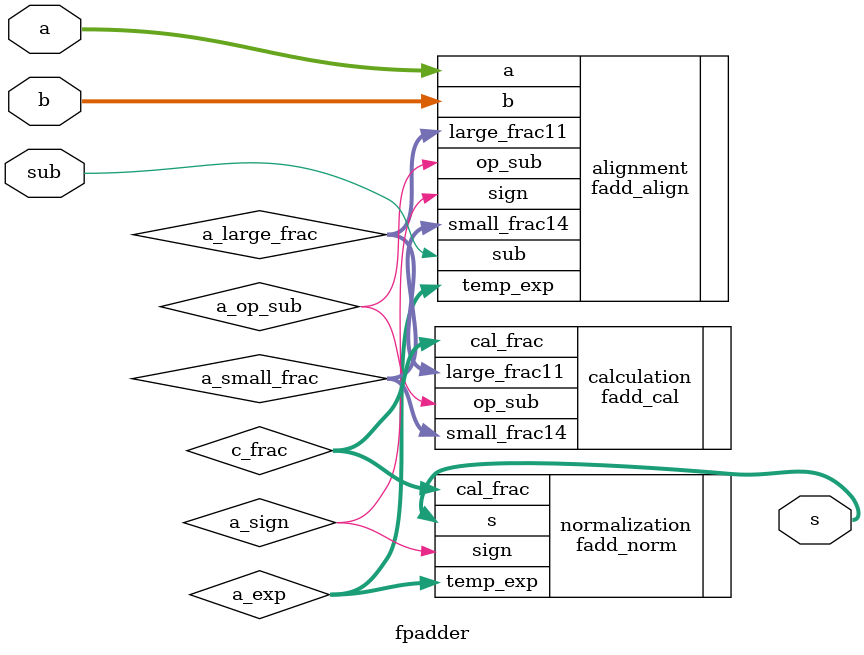
<source format=v>
`include "fp16_align.v"
`include "fp16_cal.v"
`include "fp16_norm.v"
`timescale 1ns / 1ps

module fpadder (		// fp adder
	input [15:0] a, b,	// fp a and b
	input sub,			// 1: sub; 0: add
	output [15:0] s); 	// fp output
	
	wire a_sign;
	wire [4:0] a_exp;
	wire a_op_sub;
	wire [13:0] a_small_frac;
	wire [10:0] a_large_frac;

	// Alignment
	fadd_align alignment (
		.a(a),
		.b(b),
		.sub(sub),
		.sign(a_sign), 		// sign of large one
		.temp_exp(a_exp),	// exponent of large one
		.op_sub(a_op_sub),	// add or sub
		.large_frac11(a_large_frac),	// fraction of large one
		.small_frac14(a_small_frac));	// fraction of small one
	
	// Calculation
	wire [14:0] c_frac;
	fadd_cal calculation (
		.op_sub(a_op_sub),
		.large_frac11(a_large_frac),
		.small_frac14(a_small_frac),
		.cal_frac(c_frac));	// result fraction

	// Normalization
	fadd_norm normalization (
		.sign(a_sign),		// result sign
		.temp_exp(a_exp),	// result exponent
		.cal_frac(c_frac),	// result fraction
		.s(s));				// result after normalization
endmodule
</source>
